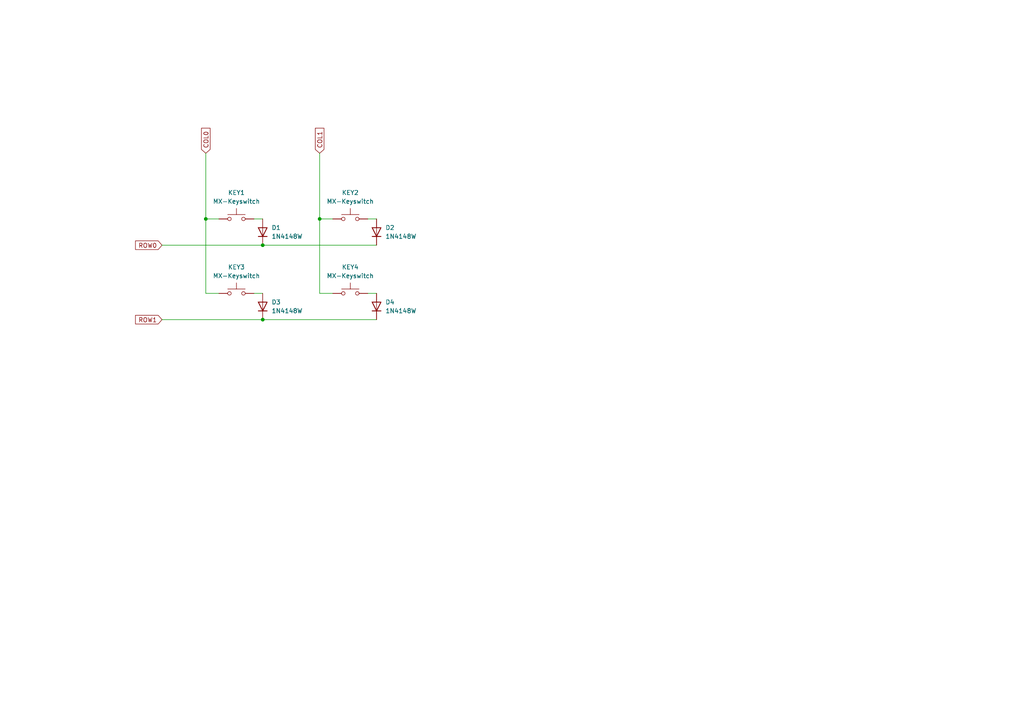
<source format=kicad_sch>
(kicad_sch (version 20250114) (generator "eeschema") (generator_version "9.0")
  (paper "A4")
  (lib_symbols
    (symbol "Device:D" (pin_numbers (hide yes)) (pin_names (offset 1.016) (hide yes))
      (property "Reference" "D" (at 0 2.54 0))
      (property "Value" "D" (at 0 -2.54 0))
      (symbol "D_0_1"
        (polyline (pts (xy -1.27 1.27) (xy -1.27 -1.27)) (stroke (width 0.254)))
        (polyline (pts (xy 1.27 1.27) (xy 1.27 -1.27) (xy -1.27 0) (xy 1.27 1.27)) (stroke (width 0.254)))
        (polyline (pts (xy 1.27 0) (xy -1.27 0)))
      )
      (symbol "D_1_1"
        (pin passive line (at -3.81 0 0) (length 2.54) (name "K") (number "1"))
        (pin passive line (at 3.81 0 180) (length 2.54) (name "A") (number "2"))
      )
    )
    (symbol "Switch:SW_Push" (pin_numbers (hide yes)) (pin_names (offset 1.016) (hide yes))
      (property "Reference" "SW" (at 1.27 2.54 0))
      (property "Value" "SW_Push" (at 0 -1.524 0))
      (symbol "SW_Push_0_1"
        (circle (center -2.032 0) (radius 0.508))
        (polyline (pts (xy 0 1.27) (xy 0 3.048)))
        (circle (center 2.032 0) (radius 0.508))
        (polyline (pts (xy 2.54 1.27) (xy -2.54 1.27)))
        (pin passive line (at -5.08 0 0) (length 2.54) (name "1") (number "1"))
        (pin passive line (at 5.08 0 180) (length 2.54) (name "2") (number "2"))
      )
    )
  )
  (junction (at 76.2 71.12))
  (junction (at 76.2 92.71))
  (junction (at 59.69 63.5))
  (junction (at 92.71 63.5))
  (wire (pts (xy 46.99 71.12) (xy 76.2 71.12)))
  (wire (pts (xy 106.68 63.5) (xy 109.22 63.5)))
  (wire (pts (xy 76.2 92.71) (xy 109.22 92.71)))
  (wire (pts (xy 92.71 63.5) (xy 96.52 63.5)))
  (wire (pts (xy 92.71 63.5) (xy 92.71 85.09)))
  (wire (pts (xy 59.69 44.45) (xy 59.69 63.5)))
  (wire (pts (xy 73.66 63.5) (xy 76.2 63.5)))
  (wire (pts (xy 92.71 85.09) (xy 96.52 85.09)))
  (wire (pts (xy 106.68 85.09) (xy 109.22 85.09)))
  (wire (pts (xy 59.69 85.09) (xy 63.5 85.09)))
  (wire (pts (xy 59.69 63.5) (xy 63.5 63.5)))
  (wire (pts (xy 76.2 71.12) (xy 109.22 71.12)))
  (wire (pts (xy 59.69 63.5) (xy 59.69 85.09)))
  (wire (pts (xy 92.71 44.45) (xy 92.71 63.5)))
  (wire (pts (xy 73.66 85.09) (xy 76.2 85.09)))
  (wire (pts (xy 46.99 92.71) (xy 76.2 92.71)))
  (global_label "ROW1" (shape input) (at 46.99 92.71 180) (property "Intersheetrefs" "${INTERSHEET_REFS}" (effects (hide yes))))
  (global_label "COL0" (shape input) (at 59.69 44.45 90) (property "Intersheetrefs" "${INTERSHEET_REFS}" (effects (hide yes))))
  (global_label "COL1" (shape input) (at 92.71 44.45 90) (property "Intersheetrefs" "${INTERSHEET_REFS}" (effects (hide yes))))
  (global_label "ROW0" (shape input) (at 46.99 71.12 180) (property "Intersheetrefs" "${INTERSHEET_REFS}" (effects (hide yes))))
  (symbol (lib_id "Switch:SW_Push") (at 101.6 63.5 0) (unit 1)
    (property "Reference" "KEY2" (at 101.6 55.88 0))
    (property "Value" "MX-Keyswitch" (at 101.6 58.42 0))
    (property "Footprint" "MX_Hotswap:MX-Hotswap-1U" (effects (hide yes)))
    (property "Description" "Push button switch, generic, two pins" (effects (hide yes)))
  )
  (symbol (lib_id "Device:D") (at 76.2 67.31 90) (unit 1)
    (property "Reference" "D1" (at 78.74 66.0399 90) (effects (justify right)))
    (property "Value" "1N4148W" (at 78.74 68.5799 90) (effects (justify right)))
    (property "Footprint" "Diode_SMD:D_SOD-123" (effects (hide yes)))
    (property "Description" "Diode" (effects (hide yes)))
    (property "Sim.Device" "D" (effects (hide yes)))
    (property "Sim.Pins" "1=K 2=A" (effects (hide yes)))
  )
  (symbol (lib_id "Device:D") (at 109.22 88.9 90) (unit 1)
    (property "Reference" "D4" (at 111.76 87.6299 90) (effects (justify right)))
    (property "Value" "1N4148W" (at 111.76 90.1699 90) (effects (justify right)))
    (property "Footprint" "Diode_SMD:D_SOD-123" (effects (hide yes)))
    (property "Description" "Diode" (effects (hide yes)))
    (property "Sim.Device" "D" (effects (hide yes)))
    (property "Sim.Pins" "1=K 2=A" (effects (hide yes)))
  )
  (symbol (lib_id "Device:D") (at 109.22 67.31 90) (unit 1)
    (property "Reference" "D2" (at 111.76 66.0399 90) (effects (justify right)))
    (property "Value" "1N4148W" (at 111.76 68.5799 90) (effects (justify right)))
    (property "Footprint" "Diode_SMD:D_SOD-123" (effects (hide yes)))
    (property "Description" "Diode" (effects (hide yes)))
    (property "Sim.Device" "D" (effects (hide yes)))
    (property "Sim.Pins" "1=K 2=A" (effects (hide yes)))
  )
  (symbol (lib_id "Switch:SW_Push") (at 68.58 85.09 0) (unit 1)
    (property "Reference" "KEY3" (at 68.58 77.47 0))
    (property "Value" "MX-Keyswitch" (at 68.58 80.01 0))
    (property "Footprint" "MX_Hotswap:MX-Hotswap-1U" (effects (hide yes)))
    (property "Description" "Push button switch, generic, two pins" (effects (hide yes)))
  )
  (symbol (lib_id "Device:D") (at 76.2 88.9 90) (unit 1)
    (property "Reference" "D3" (at 78.74 87.6299 90) (effects (justify right)))
    (property "Value" "1N4148W" (at 78.74 90.1699 90) (effects (justify right)))
    (property "Footprint" "Diode_SMD:D_SOD-123" (effects (hide yes)))
    (property "Description" "Diode" (effects (hide yes)))
    (property "Sim.Device" "D" (effects (hide yes)))
    (property "Sim.Pins" "1=K 2=A" (effects (hide yes)))
  )
  (symbol (lib_id "Switch:SW_Push") (at 101.6 85.09 0) (unit 1)
    (property "Reference" "KEY4" (at 101.6 77.47 0))
    (property "Value" "MX-Keyswitch" (at 101.6 80.01 0))
    (property "Footprint" "MX_Hotswap:MX-Hotswap-1U" (effects (hide yes)))
    (property "Description" "Push button switch, generic, two pins" (effects (hide yes)))
  )
  (symbol (lib_id "Switch:SW_Push") (at 68.58 63.5 0) (unit 1)
    (property "Reference" "KEY1" (at 68.58 55.88 0))
    (property "Value" "MX-Keyswitch" (at 68.58 58.42 0))
    (property "Footprint" "MX_Hotswap:MX-Hotswap-1U" (effects (hide yes)))
    (property "Description" "Push button switch, generic, two pins" (effects (hide yes)))
  )
)
</source>
